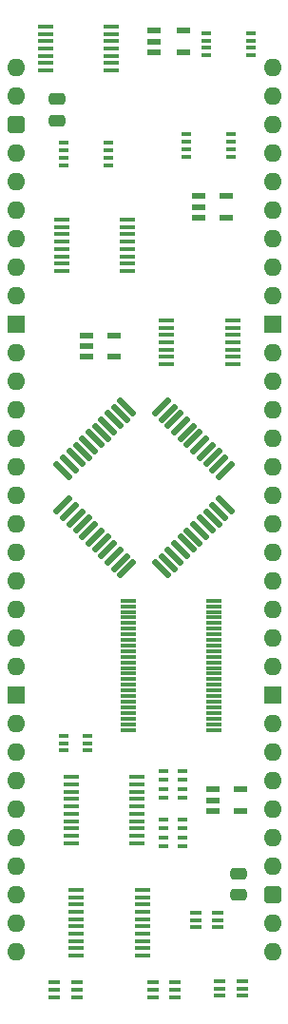
<source format=gts>
%TF.GenerationSoftware,KiCad,Pcbnew,8.0.5*%
%TF.CreationDate,2024-10-28T17:22:46+02:00*%
%TF.ProjectId,W65C816 Breakout,57363543-3831-4362-9042-7265616b6f75,V1*%
%TF.SameCoordinates,PX525bfc0PY43d3480*%
%TF.FileFunction,Soldermask,Top*%
%TF.FilePolarity,Negative*%
%FSLAX46Y46*%
G04 Gerber Fmt 4.6, Leading zero omitted, Abs format (unit mm)*
G04 Created by KiCad (PCBNEW 8.0.5) date 2024-10-28 17:22:46*
%MOMM*%
%LPD*%
G01*
G04 APERTURE LIST*
G04 Aperture macros list*
%AMRoundRect*
0 Rectangle with rounded corners*
0 $1 Rounding radius*
0 $2 $3 $4 $5 $6 $7 $8 $9 X,Y pos of 4 corners*
0 Add a 4 corners polygon primitive as box body*
4,1,4,$2,$3,$4,$5,$6,$7,$8,$9,$2,$3,0*
0 Add four circle primitives for the rounded corners*
1,1,$1+$1,$2,$3*
1,1,$1+$1,$4,$5*
1,1,$1+$1,$6,$7*
1,1,$1+$1,$8,$9*
0 Add four rect primitives between the rounded corners*
20,1,$1+$1,$2,$3,$4,$5,0*
20,1,$1+$1,$4,$5,$6,$7,0*
20,1,$1+$1,$6,$7,$8,$9,0*
20,1,$1+$1,$8,$9,$2,$3,0*%
G04 Aperture macros list end*
%ADD10R,0.950000X0.450000*%
%ADD11R,0.900000X0.450000*%
%ADD12R,1.475000X0.450000*%
%ADD13R,1.250000X0.600000*%
%ADD14RoundRect,0.250000X0.475000X-0.250000X0.475000X0.250000X-0.475000X0.250000X-0.475000X-0.250000X0*%
%ADD15R,0.875000X0.450000*%
%ADD16O,1.600000X1.600000*%
%ADD17RoundRect,0.400000X-0.400000X-0.400000X0.400000X-0.400000X0.400000X0.400000X-0.400000X0.400000X0*%
%ADD18R,1.600000X1.600000*%
%ADD19RoundRect,0.137500X-0.548008X0.742462X-0.742462X0.548008X0.548008X-0.742462X0.742462X-0.548008X0*%
%ADD20RoundRect,0.137500X0.548008X0.742462X-0.742462X-0.548008X-0.548008X-0.742462X0.742462X0.548008X0*%
%ADD21R,1.150000X0.600000*%
%ADD22R,1.000000X0.450000*%
%ADD23R,1.425000X0.300000*%
%ADD24R,1.450000X0.450000*%
G04 APERTURE END LIST*
D10*
%TO.C,IC19*%
X4248000Y-6772000D03*
X4248000Y-7422000D03*
X4248000Y-8072000D03*
X4248000Y-8722000D03*
X8198000Y-8722000D03*
X8198000Y-8072000D03*
X8198000Y-7422000D03*
X8198000Y-6772000D03*
%TD*%
%TO.C,IC18*%
X16948000Y3007000D03*
X16948000Y2357000D03*
X16948000Y1707000D03*
X16948000Y1057000D03*
X20898000Y1057000D03*
X20898000Y1707000D03*
X20898000Y2357000D03*
X20898000Y3007000D03*
%TD*%
D11*
%TO.C,RN1*%
X13120000Y-66979800D03*
X13120000Y-67779800D03*
X13120000Y-68579800D03*
X13120000Y-69379800D03*
X14820000Y-69379800D03*
X14820000Y-68579800D03*
X14820000Y-67779800D03*
X14820000Y-66979800D03*
%TD*%
D12*
%TO.C,IC9*%
X13445000Y-22561000D03*
X13445000Y-23211000D03*
X13445000Y-23861000D03*
X13445000Y-24511000D03*
X13445000Y-25161000D03*
X13445000Y-25811000D03*
X13445000Y-26461000D03*
X19321000Y-26461000D03*
X19321000Y-25811000D03*
X19321000Y-25161000D03*
X19321000Y-24511000D03*
X19321000Y-23861000D03*
X19321000Y-23211000D03*
X19321000Y-22561000D03*
%TD*%
D13*
%TO.C,IC8*%
X16276000Y-11496000D03*
X16276000Y-12446000D03*
X16276000Y-13396000D03*
X18776000Y-13396000D03*
X18776000Y-11496000D03*
%TD*%
D11*
%TO.C,RN2*%
X13120000Y-62661800D03*
X13120000Y-63461800D03*
X13120000Y-64261800D03*
X13120000Y-65061800D03*
X14820000Y-65061800D03*
X14820000Y-64261800D03*
X14820000Y-63461800D03*
X14820000Y-62661800D03*
%TD*%
D12*
%TO.C,IC20*%
X5371002Y-73275000D03*
X5371002Y-73925000D03*
X5371002Y-74575000D03*
X5371002Y-75225000D03*
X5371002Y-75875000D03*
X5371002Y-76525000D03*
X5371002Y-77175000D03*
X5371002Y-77825000D03*
X5371002Y-78475000D03*
X5371002Y-79125000D03*
X11247002Y-79125000D03*
X11247002Y-78475000D03*
X11247002Y-77825000D03*
X11247002Y-77175000D03*
X11247002Y-76525000D03*
X11247002Y-75875000D03*
X11247002Y-75225000D03*
X11247002Y-74575000D03*
X11247002Y-73925000D03*
X11247002Y-73275000D03*
%TD*%
D14*
%TO.C,C20*%
X19812000Y-73705000D03*
X19812000Y-71805000D03*
%TD*%
D15*
%TO.C,IC11*%
X6396000Y-60848000D03*
X6396000Y-60198000D03*
X6396000Y-59548000D03*
X4272000Y-59548000D03*
X4272000Y-60198000D03*
X4272000Y-60848000D03*
%TD*%
D16*
%TO.C,J7*%
X0Y0D03*
X0Y-2540000D03*
D17*
X0Y-5080000D03*
D16*
X0Y-7620000D03*
X0Y-10160000D03*
X0Y-12700000D03*
X0Y-15240000D03*
X0Y-17780000D03*
X0Y-20320000D03*
D18*
X0Y-22860000D03*
D16*
X0Y-25400000D03*
X0Y-27940000D03*
X0Y-30480000D03*
X0Y-33020000D03*
X0Y-35560000D03*
X0Y-38100000D03*
X0Y-40640000D03*
X0Y-43180000D03*
X0Y-45720000D03*
X0Y-48260000D03*
X0Y-50800000D03*
X0Y-53340000D03*
D18*
X0Y-55880000D03*
D16*
X0Y-58420000D03*
X0Y-60960000D03*
X0Y-63500000D03*
X0Y-66040000D03*
X0Y-68580000D03*
X0Y-71120000D03*
X0Y-73660000D03*
X0Y-76200000D03*
X0Y-78740000D03*
X22860000Y-78740000D03*
X22860000Y-76200000D03*
D17*
X22860000Y-73660000D03*
D16*
X22860000Y-71120000D03*
X22860000Y-68580000D03*
X22860000Y-66040000D03*
X22860000Y-63500000D03*
X22860000Y-60960000D03*
X22860000Y-58420000D03*
D18*
X22860000Y-55880000D03*
D16*
X22860000Y-53340000D03*
X22860000Y-50800000D03*
X22860000Y-48260000D03*
X22860000Y-45720000D03*
X22860000Y-43180000D03*
X22860000Y-40640000D03*
X22860000Y-38100000D03*
X22860000Y-35560000D03*
X22860000Y-33020000D03*
X22860000Y-30480000D03*
X22860000Y-27940000D03*
X22860000Y-25400000D03*
D18*
X22860000Y-22860000D03*
D16*
X22860000Y-20320000D03*
X22860000Y-17780000D03*
X22860000Y-15240000D03*
X22860000Y-12700000D03*
X22860000Y-10160000D03*
X22860000Y-7620000D03*
X22860000Y-5080000D03*
X22860000Y-2540000D03*
X22860000Y0D03*
%TD*%
D13*
%TO.C,IC16*%
X6263000Y-23881000D03*
X6263000Y-24831000D03*
X6263000Y-25781000D03*
X8763000Y-25781000D03*
X8763000Y-23881000D03*
%TD*%
D12*
%TO.C,IC5*%
X4936000Y-63242000D03*
X4936000Y-63892000D03*
X4936000Y-64542000D03*
X4936000Y-65192000D03*
X4936000Y-65842000D03*
X4936000Y-66492000D03*
X4936000Y-67142000D03*
X4936000Y-67792000D03*
X4936000Y-68442000D03*
X4936000Y-69092000D03*
X10812000Y-69092000D03*
X10812000Y-68442000D03*
X10812000Y-67792000D03*
X10812000Y-67142000D03*
X10812000Y-66492000D03*
X10812000Y-65842000D03*
X10812000Y-65192000D03*
X10812000Y-64542000D03*
X10812000Y-63892000D03*
X10812000Y-63242000D03*
%TD*%
D19*
%TO.C,IC2*%
X15814062Y-41849062D03*
X16379747Y-41283377D03*
X16945433Y-40717691D03*
X17511118Y-40152006D03*
X18076804Y-39586320D03*
X18642489Y-39020635D03*
D20*
X18642489Y-35909365D03*
X18076804Y-35343680D03*
X17511118Y-34777994D03*
X16945433Y-34212309D03*
X16379747Y-33646623D03*
X15814062Y-33080938D03*
X15248377Y-32515253D03*
X14682691Y-31949567D03*
X14117006Y-31383882D03*
X13551320Y-30818196D03*
X12985635Y-30252511D03*
D19*
X9874365Y-30252511D03*
X9308680Y-30818196D03*
X8742994Y-31383882D03*
X8177309Y-31949567D03*
X7611623Y-32515253D03*
X7045938Y-33080938D03*
X6480253Y-33646623D03*
X5914567Y-34212309D03*
X5348882Y-34777994D03*
X4783196Y-35343680D03*
X4217511Y-35909365D03*
D20*
X4217511Y-39020635D03*
X4783196Y-39586320D03*
X5348882Y-40152006D03*
X5914567Y-40717691D03*
X6480253Y-41283377D03*
X7045938Y-41849062D03*
X7611623Y-42414747D03*
X8177309Y-42980433D03*
X8742994Y-43546118D03*
X9308680Y-44111804D03*
X9874365Y-44677489D03*
D19*
X12985635Y-44677489D03*
X13551320Y-44111804D03*
X14117006Y-43546118D03*
X14682691Y-42980433D03*
X15248377Y-42414747D03*
%TD*%
D21*
%TO.C,IC36*%
X12289000Y3236000D03*
X12289000Y2286000D03*
X12289000Y1336000D03*
X14889000Y1336000D03*
X14889000Y3236000D03*
%TD*%
D14*
%TO.C,C21*%
X3683000Y-4744000D03*
X3683000Y-2844000D03*
%TD*%
D22*
%TO.C,IC12*%
X3445000Y-81519000D03*
X3445000Y-82169000D03*
X3445000Y-82819000D03*
X5445000Y-82819000D03*
X5445000Y-82169000D03*
X5445000Y-81519000D03*
%TD*%
%TO.C,IC10*%
X16018000Y-75296000D03*
X16018000Y-75946000D03*
X16018000Y-76596000D03*
X18018000Y-76596000D03*
X18018000Y-75946000D03*
X18018000Y-75296000D03*
%TD*%
D23*
%TO.C,IC1*%
X10029000Y-47515000D03*
X10029000Y-48015000D03*
X10029000Y-48515000D03*
X10029000Y-49015000D03*
X10029000Y-49515000D03*
X10029000Y-50015000D03*
X10029000Y-50515000D03*
X10029000Y-51015000D03*
X10029000Y-51515000D03*
X10029000Y-52015000D03*
X10029000Y-52515000D03*
X10029000Y-53015000D03*
X10029000Y-53515000D03*
X10029000Y-54015000D03*
X10029000Y-54515000D03*
X10029000Y-55015000D03*
X10029000Y-55515000D03*
X10029000Y-56015000D03*
X10029000Y-56515000D03*
X10029000Y-57015000D03*
X10029000Y-57515000D03*
X10029000Y-58015000D03*
X10029000Y-58515000D03*
X10029000Y-59015000D03*
X17653000Y-59015000D03*
X17653000Y-58515000D03*
X17653000Y-58015000D03*
X17653000Y-57515000D03*
X17653000Y-57015000D03*
X17653000Y-56515000D03*
X17653000Y-56015000D03*
X17653000Y-55515000D03*
X17653000Y-55015000D03*
X17653000Y-54515000D03*
X17653000Y-54015000D03*
X17653000Y-53515000D03*
X17653000Y-53015000D03*
X17653000Y-52515000D03*
X17653000Y-52015000D03*
X17653000Y-51515000D03*
X17653000Y-51015000D03*
X17653000Y-50515000D03*
X17653000Y-50015000D03*
X17653000Y-49515000D03*
X17653000Y-49015000D03*
X17653000Y-48515000D03*
X17653000Y-48015000D03*
X17653000Y-47515000D03*
%TD*%
D12*
%TO.C,IC6*%
X2650000Y3601000D03*
X2650000Y2951000D03*
X2650000Y2301000D03*
X2650000Y1651000D03*
X2650000Y1001000D03*
X2650000Y351000D03*
X2650000Y-299000D03*
X8526000Y-299000D03*
X8526000Y351000D03*
X8526000Y1001000D03*
X8526000Y1651000D03*
X8526000Y2301000D03*
X8526000Y2951000D03*
X8526000Y3601000D03*
%TD*%
D22*
%TO.C,IC13*%
X12208000Y-81519000D03*
X12208000Y-82169000D03*
X12208000Y-82819000D03*
X14208000Y-82819000D03*
X14208000Y-82169000D03*
X14208000Y-81519000D03*
%TD*%
D10*
%TO.C,IC7*%
X15170000Y-6010000D03*
X15170000Y-6660000D03*
X15170000Y-7310000D03*
X15170000Y-7960000D03*
X19120000Y-7960000D03*
X19120000Y-7310000D03*
X19120000Y-6660000D03*
X19120000Y-6010000D03*
%TD*%
D13*
%TO.C,IC4*%
X17546000Y-64328000D03*
X17546000Y-65278000D03*
X17546000Y-66228000D03*
X20046000Y-66228000D03*
X20046000Y-64328000D03*
%TD*%
D24*
%TO.C,IC3*%
X4060000Y-13600000D03*
X4060000Y-14250000D03*
X4060000Y-14900000D03*
X4060000Y-15550000D03*
X4060000Y-16200000D03*
X4060000Y-16850000D03*
X4060000Y-17500000D03*
X4060000Y-18150000D03*
X9910000Y-18150000D03*
X9910000Y-17500000D03*
X9910000Y-16850000D03*
X9910000Y-16200000D03*
X9910000Y-15550000D03*
X9910000Y-14900000D03*
X9910000Y-14250000D03*
X9910000Y-13600000D03*
%TD*%
D22*
%TO.C,IC14*%
X18177000Y-81392000D03*
X18177000Y-82042000D03*
X18177000Y-82692000D03*
X20177000Y-82692000D03*
X20177000Y-82042000D03*
X20177000Y-81392000D03*
%TD*%
M02*

</source>
